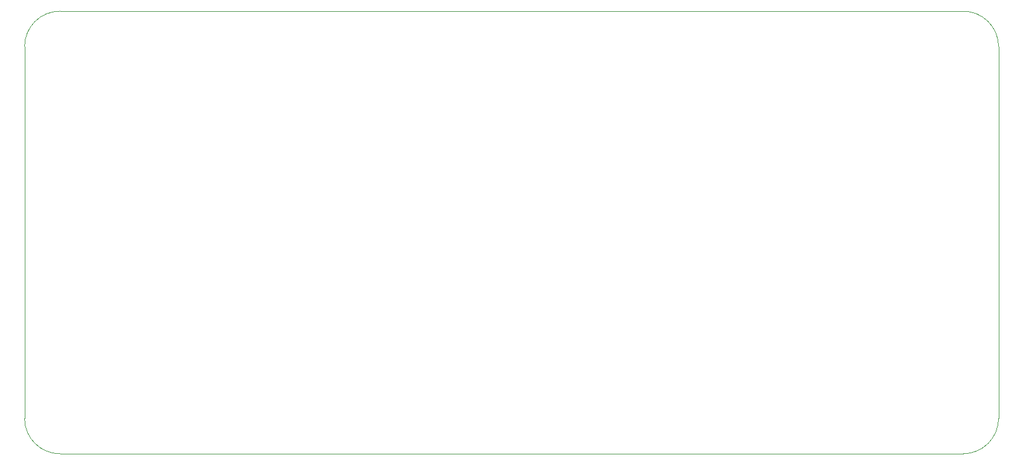
<source format=gbr>
%TF.GenerationSoftware,KiCad,Pcbnew,(5.1.8)-1*%
%TF.CreationDate,2022-08-22T14:52:20-04:00*%
%TF.ProjectId,SerialParser,53657269-616c-4506-9172-7365722e6b69,rev?*%
%TF.SameCoordinates,Original*%
%TF.FileFunction,Profile,NP*%
%FSLAX46Y46*%
G04 Gerber Fmt 4.6, Leading zero omitted, Abs format (unit mm)*
G04 Created by KiCad (PCBNEW (5.1.8)-1) date 2022-08-22 14:52:20*
%MOMM*%
%LPD*%
G01*
G04 APERTURE LIST*
%TA.AperFunction,Profile*%
%ADD10C,0.050000*%
%TD*%
G04 APERTURE END LIST*
D10*
X101600000Y-138430000D02*
G75*
G02*
X96520000Y-133350000I0J5080000D01*
G01*
X96520000Y-80010000D02*
G75*
G02*
X101600000Y-74930000I5080000J0D01*
G01*
X231140000Y-74930000D02*
G75*
G02*
X236220000Y-80010000I0J-5080000D01*
G01*
X236220000Y-133350000D02*
G75*
G02*
X231140000Y-138430000I-5080000J0D01*
G01*
X231140000Y-138430000D02*
X101600000Y-138430000D01*
X236220000Y-80010000D02*
X236220000Y-133350000D01*
X101600000Y-74930000D02*
X231140000Y-74930000D01*
X96520000Y-133350000D02*
X96520000Y-80010000D01*
M02*

</source>
